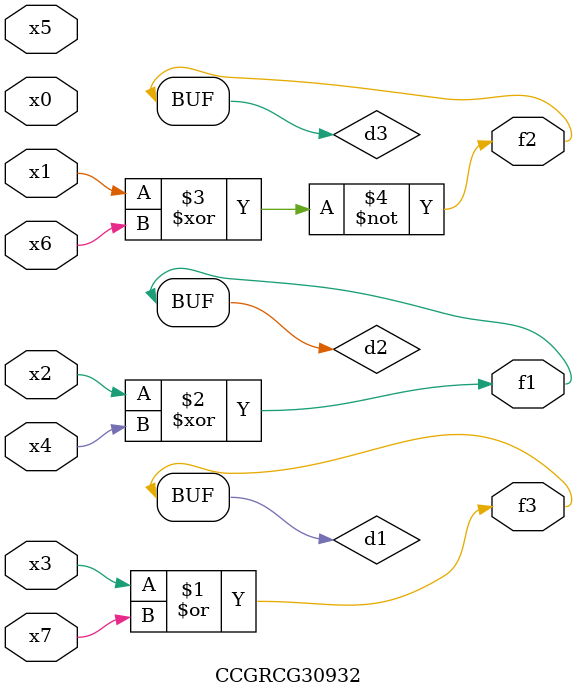
<source format=v>
module CCGRCG30932(
	input x0, x1, x2, x3, x4, x5, x6, x7,
	output f1, f2, f3
);

	wire d1, d2, d3;

	or (d1, x3, x7);
	xor (d2, x2, x4);
	xnor (d3, x1, x6);
	assign f1 = d2;
	assign f2 = d3;
	assign f3 = d1;
endmodule

</source>
